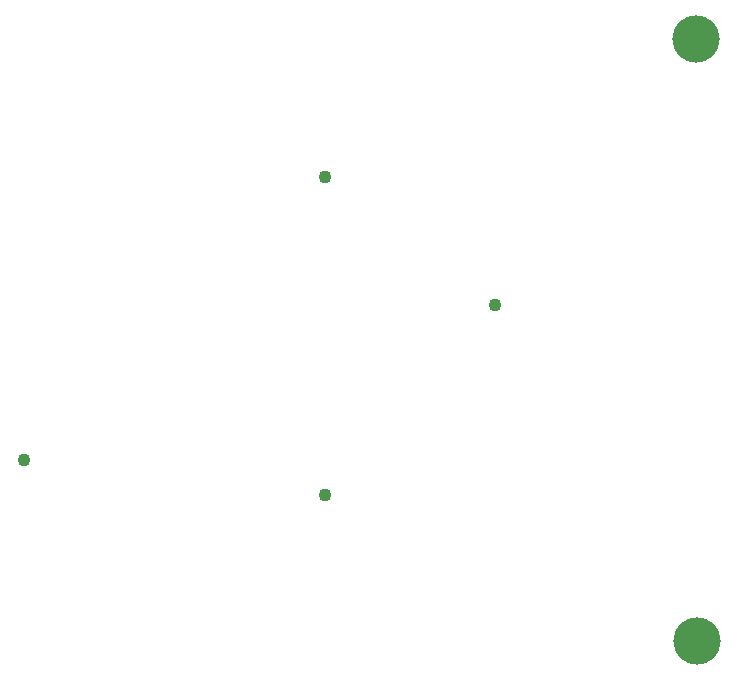
<source format=gbr>
G04 =======================================* 
G04 File Format: RS-274X * 
G04 Date:        July 15 2014 * 
G04 Time:        19:59:33 * 
G04 =======================================* 
G04 Format description *** 
G04 Code:          ASCII * 
G04 Unit:          Millimeter * 
G04 Coordinates:   Absolut * 
G04 Digits:        4.6-format * 
G04 Zeros skipped: Leading zeros omitted * 
G04 =======================================* 
%FSLAX46Y46*%
%MOMM*%
G90*
G71*
%ADD11C,1.1*%
%ADD10C,4*%
%LPD*%
G54D10*
X60740600Y-10965600D03*
%LPD*%
G54D10*
X60717000Y39974500D03*
%LPD*%
G54D11*
X29238201Y1409100D03*
%LPD*%
G54D11*
X43644801Y17509000D03*
%LPD*%
G54D11*
X3788601Y4338700D03*
%LPD*%
G54D11*
X29238201Y28311400D03*
M02* 
G04 End Of Gerber File* 

</source>
